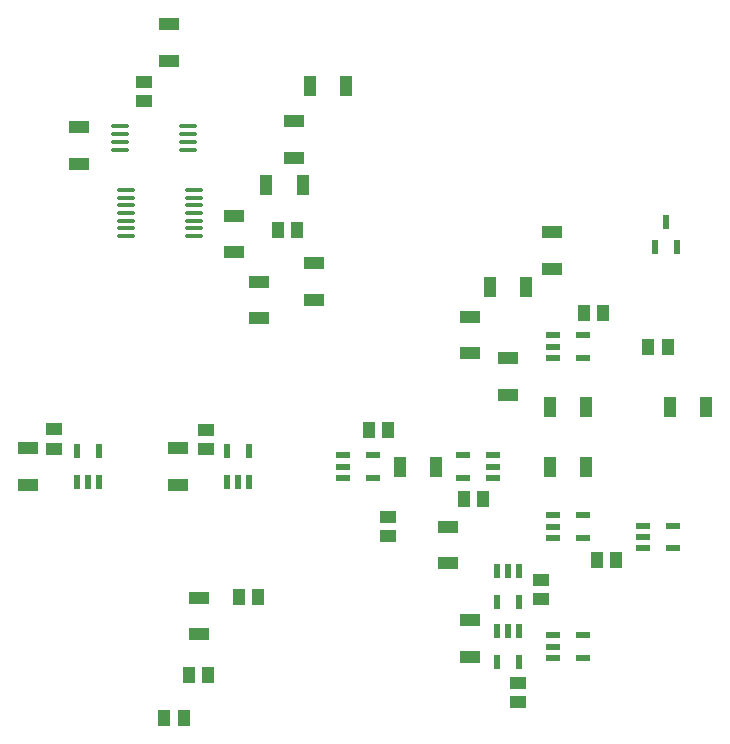
<source format=gbr>
%TF.GenerationSoftware,KiCad,Pcbnew,8.0.0*%
%TF.CreationDate,2024-04-17T16:31:31+02:00*%
%TF.ProjectId,BSPD,42535044-2e6b-4696-9361-645f70636258,rev?*%
%TF.SameCoordinates,Original*%
%TF.FileFunction,Paste,Top*%
%TF.FilePolarity,Positive*%
%FSLAX46Y46*%
G04 Gerber Fmt 4.6, Leading zero omitted, Abs format (unit mm)*
G04 Created by KiCad (PCBNEW 8.0.0) date 2024-04-17 16:31:31*
%MOMM*%
%LPD*%
G01*
G04 APERTURE LIST*
G04 Aperture macros list*
%AMRoundRect*
0 Rectangle with rounded corners*
0 $1 Rounding radius*
0 $2 $3 $4 $5 $6 $7 $8 $9 X,Y pos of 4 corners*
0 Add a 4 corners polygon primitive as box body*
4,1,4,$2,$3,$4,$5,$6,$7,$8,$9,$2,$3,0*
0 Add four circle primitives for the rounded corners*
1,1,$1+$1,$2,$3*
1,1,$1+$1,$4,$5*
1,1,$1+$1,$6,$7*
1,1,$1+$1,$8,$9*
0 Add four rect primitives between the rounded corners*
20,1,$1+$1,$2,$3,$4,$5,0*
20,1,$1+$1,$4,$5,$6,$7,0*
20,1,$1+$1,$6,$7,$8,$9,0*
20,1,$1+$1,$8,$9,$2,$3,0*%
G04 Aperture macros list end*
%ADD10RoundRect,0.100000X0.637500X0.100000X-0.637500X0.100000X-0.637500X-0.100000X0.637500X-0.100000X0*%
%ADD11R,0.600000X1.150000*%
%ADD12R,1.070000X1.470000*%
%ADD13R,1.150000X0.600000*%
%ADD14R,1.050000X1.800000*%
%ADD15R,1.800000X1.050000*%
%ADD16R,1.470000X1.070000*%
%ADD17R,0.600000X1.300000*%
G04 APERTURE END LIST*
D10*
%TO.C,CP5*%
X115638500Y-71927000D03*
X115638500Y-71277000D03*
X115638500Y-70627000D03*
X115638500Y-69977000D03*
X115638500Y-69327000D03*
X115638500Y-68677000D03*
X115638500Y-68027000D03*
X109913500Y-68027000D03*
X109913500Y-68677000D03*
X109913500Y-69327000D03*
X109913500Y-69977000D03*
X109913500Y-70627000D03*
X109913500Y-71277000D03*
X109913500Y-71927000D03*
%TD*%
D11*
%TO.C,G2*%
X143190000Y-100300000D03*
X142240000Y-100300000D03*
X141290000Y-100300000D03*
X141290000Y-102900000D03*
X143190000Y-102900000D03*
%TD*%
D12*
%TO.C,C7*%
X138510641Y-94192119D03*
X140150641Y-94192119D03*
%TD*%
D13*
%TO.C,G4*%
X146020000Y-95570000D03*
X146020000Y-96520000D03*
X146020000Y-97470000D03*
X148620000Y-97470000D03*
X148620000Y-95570000D03*
%TD*%
D14*
%TO.C,R2*%
X133070000Y-91440000D03*
X136170000Y-91440000D03*
%TD*%
D13*
%TO.C,G5*%
X146020000Y-105730000D03*
X146020000Y-106680000D03*
X146020000Y-107630000D03*
X148620000Y-107630000D03*
X148620000Y-105730000D03*
%TD*%
D15*
%TO.C,R4*%
X139052725Y-78749257D03*
X139052725Y-81849257D03*
%TD*%
D14*
%TO.C,R22*%
X125450000Y-59182000D03*
X128550000Y-59182000D03*
%TD*%
D11*
%TO.C,G3*%
X143190000Y-105380000D03*
X142240000Y-105380000D03*
X141290000Y-105380000D03*
X141290000Y-107980000D03*
X143190000Y-107980000D03*
%TD*%
%TO.C,CP1*%
X105730000Y-92740000D03*
X106680000Y-92740000D03*
X107630000Y-92740000D03*
X107630000Y-90140000D03*
X105730000Y-90140000D03*
%TD*%
D16*
%TO.C,C10*%
X144996793Y-102678091D03*
X144996793Y-101038091D03*
%TD*%
%TO.C,C14*%
X103826525Y-89941713D03*
X103826525Y-88301713D03*
%TD*%
D14*
%TO.C,R7*%
X145770000Y-86360000D03*
X148870000Y-86360000D03*
%TD*%
D12*
%TO.C,C13*%
X149745317Y-99377893D03*
X151385317Y-99377893D03*
%TD*%
D13*
%TO.C,G6*%
X153640000Y-96459000D03*
X153640000Y-97409000D03*
X153640000Y-98359000D03*
X156240000Y-98359000D03*
X156240000Y-96459000D03*
%TD*%
D15*
%TO.C,R19*%
X118999000Y-73305000D03*
X118999000Y-70205000D03*
%TD*%
%TO.C,R15*%
X125811056Y-74226009D03*
X125811056Y-77326009D03*
%TD*%
D14*
%TO.C,R8*%
X159030000Y-86360000D03*
X155930000Y-86360000D03*
%TD*%
D12*
%TO.C,C11*%
X148666660Y-78426525D03*
X150306660Y-78426525D03*
%TD*%
D14*
%TO.C,R1*%
X145770000Y-91440000D03*
X148870000Y-91440000D03*
%TD*%
D12*
%TO.C,C2*%
X154120000Y-81280000D03*
X155760000Y-81280000D03*
%TD*%
D16*
%TO.C,C16*%
X111448000Y-60510000D03*
X111448000Y-58870000D03*
%TD*%
D15*
%TO.C,R11*%
X116054103Y-105661595D03*
X116054103Y-102561595D03*
%TD*%
%TO.C,R14*%
X138991482Y-104461767D03*
X138991482Y-107561767D03*
%TD*%
%TO.C,R21*%
X113560000Y-57084001D03*
X113560000Y-53984001D03*
%TD*%
D12*
%TO.C,C6*%
X113124400Y-112699800D03*
X114764400Y-112699800D03*
%TD*%
D15*
%TO.C,R3*%
X137160000Y-99620000D03*
X137160000Y-96520000D03*
%TD*%
D14*
%TO.C,R6*%
X143790000Y-76200000D03*
X140690000Y-76200000D03*
%TD*%
D16*
%TO.C,C12*%
X116657137Y-89974906D03*
X116657137Y-88334906D03*
%TD*%
D17*
%TO.C,Q1*%
X154659000Y-72866000D03*
X156559000Y-72866000D03*
X155609000Y-70766000D03*
%TD*%
D15*
%TO.C,R20*%
X121158000Y-78893000D03*
X121158000Y-75793000D03*
%TD*%
D13*
%TO.C,CP3*%
X141000000Y-92390000D03*
X141000000Y-91440000D03*
X141000000Y-90490000D03*
X138400000Y-90490000D03*
X138400000Y-92390000D03*
%TD*%
D15*
%TO.C,R16*%
X145937287Y-74709219D03*
X145937287Y-71609219D03*
%TD*%
D12*
%TO.C,C8*%
X132070780Y-88369796D03*
X130430780Y-88369796D03*
%TD*%
D14*
%TO.C,R18*%
X124867000Y-67564000D03*
X121767000Y-67564000D03*
%TD*%
D15*
%TO.C,R23*%
X105918000Y-62686600D03*
X105918000Y-65786600D03*
%TD*%
D12*
%TO.C,C15*%
X122751000Y-71374000D03*
X124391000Y-71374000D03*
%TD*%
%TO.C,C4*%
X116861316Y-109064947D03*
X115221316Y-109064947D03*
%TD*%
D10*
%TO.C,DU1*%
X109405500Y-64602000D03*
X109405500Y-63952000D03*
X109405500Y-63302000D03*
X109405500Y-62652000D03*
X115130500Y-62652000D03*
X115130500Y-63302000D03*
X115130500Y-63952000D03*
X115130500Y-64602000D03*
%TD*%
D15*
%TO.C,R17*%
X124079000Y-65304000D03*
X124079000Y-62204000D03*
%TD*%
D13*
%TO.C,CP4*%
X146020000Y-80330000D03*
X146020000Y-81280000D03*
X146020000Y-82230000D03*
X148620000Y-82230000D03*
X148620000Y-80330000D03*
%TD*%
D15*
%TO.C,R10*%
X114300000Y-92990000D03*
X114300000Y-89890000D03*
%TD*%
D16*
%TO.C,C1*%
X132080000Y-95700000D03*
X132080000Y-97340000D03*
%TD*%
D15*
%TO.C,R9*%
X101600000Y-92990000D03*
X101600000Y-89890000D03*
%TD*%
D13*
%TO.C,G1*%
X128240000Y-90490000D03*
X128240000Y-91440000D03*
X128240000Y-92390000D03*
X130840000Y-92390000D03*
X130840000Y-90490000D03*
%TD*%
D11*
%TO.C,CP2*%
X118430000Y-92740000D03*
X119380000Y-92740000D03*
X120330000Y-92740000D03*
X120330000Y-90140000D03*
X118430000Y-90140000D03*
%TD*%
D16*
%TO.C,C9*%
X143081373Y-109735008D03*
X143081373Y-111375008D03*
%TD*%
D12*
%TO.C,C3*%
X121101379Y-102505323D03*
X119461379Y-102505323D03*
%TD*%
D15*
%TO.C,R5*%
X142240000Y-82270000D03*
X142240000Y-85370000D03*
%TD*%
M02*

</source>
